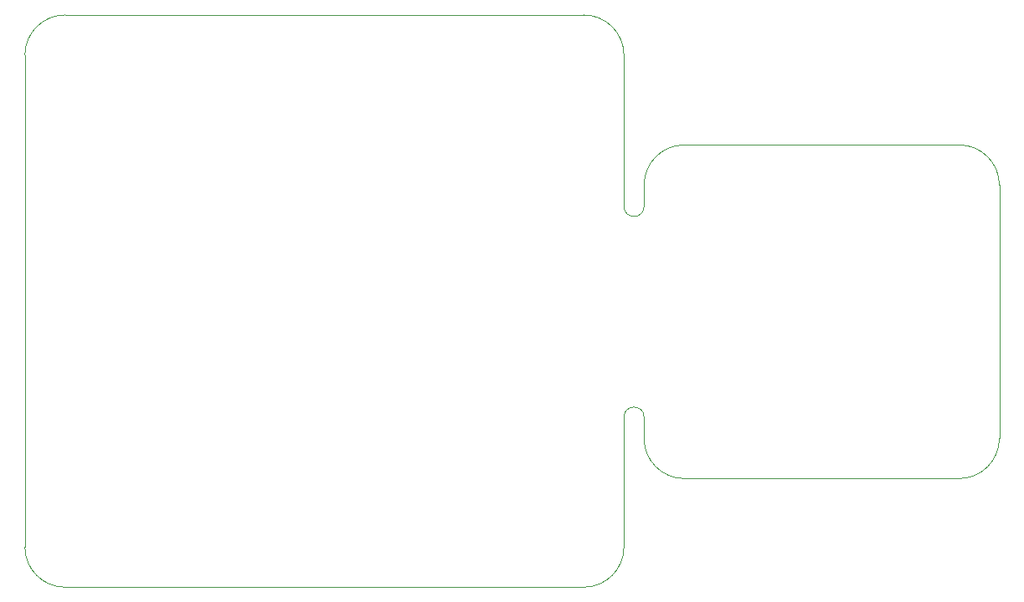
<source format=gbr>
%TF.GenerationSoftware,KiCad,Pcbnew,5.1.2*%
%TF.CreationDate,2019-07-27T12:22:43+10:00*%
%TF.ProjectId,bikePov,62696b65-506f-4762-9e6b-696361645f70,rev?*%
%TF.SameCoordinates,Original*%
%TF.FileFunction,Profile,NP*%
%FSLAX46Y46*%
G04 Gerber Fmt 4.6, Leading zero omitted, Abs format (unit mm)*
G04 Created by KiCad (PCBNEW 5.1.2) date 2019-07-27 12:22:43*
%MOMM*%
%LPD*%
G04 APERTURE LIST*
%ADD10C,0.100000*%
G04 APERTURE END LIST*
D10*
X86360000Y-122888000D02*
X86360000Y-73073000D01*
X180836000Y-115951000D02*
X153035000Y-115951000D01*
X184900000Y-86234000D02*
X184900000Y-111887000D01*
X180836000Y-82170000D02*
X153040000Y-82170000D01*
X148971000Y-88392000D02*
X148976000Y-86234000D01*
X90424000Y-126952000D02*
G75*
G02X86360000Y-122888000I0J4064000D01*
G01*
X142875000Y-126952000D02*
X90424000Y-126952000D01*
X142875000Y-69009000D02*
X90424000Y-69009000D01*
X86360000Y-73073000D02*
G75*
G02X90424000Y-69009000I4064000J0D01*
G01*
X146939000Y-86233000D02*
X146939000Y-73073000D01*
X146939000Y-122888000D02*
X146939000Y-109728000D01*
X184900000Y-111887000D02*
G75*
G02X180836000Y-115951000I-4064000J0D01*
G01*
X180836000Y-82170000D02*
G75*
G02X184900000Y-86234000I0J-4064000D01*
G01*
X146939000Y-109728000D02*
G75*
G02X148971000Y-109728000I1016000J0D01*
G01*
X148971000Y-109728000D02*
X148971000Y-111887000D01*
X148976000Y-86234000D02*
G75*
G02X153040000Y-82170000I4064000J0D01*
G01*
X153035000Y-115951000D02*
G75*
G02X148971000Y-111887000I0J4064000D01*
G01*
X146939000Y-88392000D02*
X146939000Y-86233000D01*
X146939000Y-122888000D02*
G75*
G02X142875000Y-126952000I-4064000J0D01*
G01*
X148971000Y-88392000D02*
G75*
G02X146939000Y-88392000I-1016000J0D01*
G01*
X142875000Y-69009000D02*
G75*
G02X146939000Y-73073000I0J-4064000D01*
G01*
M02*

</source>
